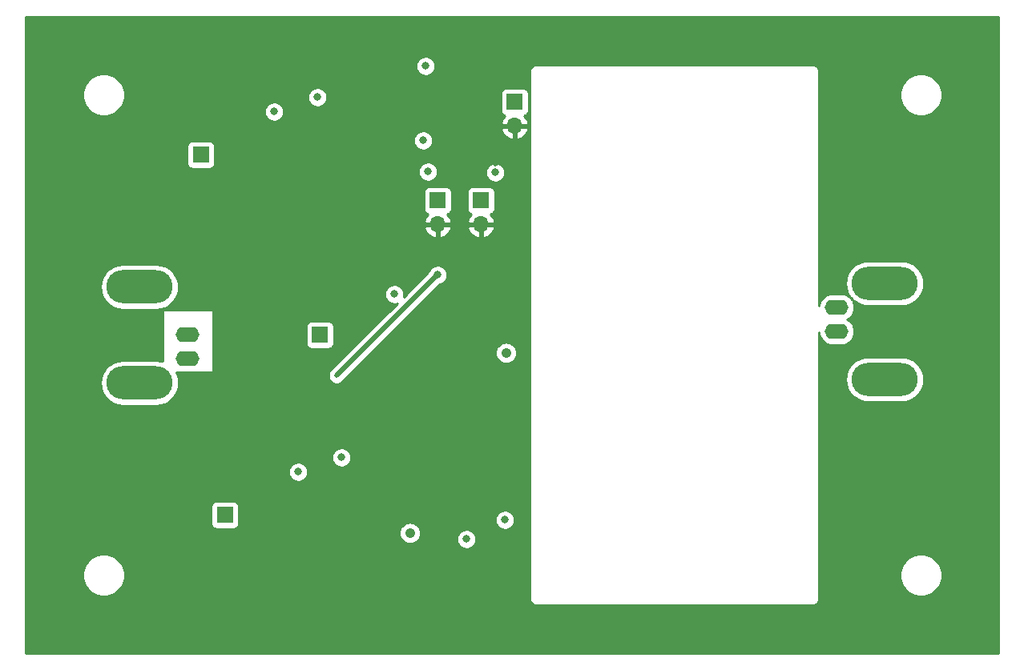
<source format=gbr>
G04 #@! TF.GenerationSoftware,KiCad,Pcbnew,(5.1.0-0)*
G04 #@! TF.CreationDate,2021-05-05T21:59:45-07:00*
G04 #@! TF.ProjectId,voltage_preamp,766f6c74-6167-4655-9f70-7265616d702e,rev?*
G04 #@! TF.SameCoordinates,Original*
G04 #@! TF.FileFunction,Copper,L4,Bot*
G04 #@! TF.FilePolarity,Positive*
%FSLAX46Y46*%
G04 Gerber Fmt 4.6, Leading zero omitted, Abs format (unit mm)*
G04 Created by KiCad (PCBNEW (5.1.0-0)) date 2021-05-05 21:59:45*
%MOMM*%
%LPD*%
G04 APERTURE LIST*
%ADD10O,1.700000X1.700000*%
%ADD11R,1.700000X1.700000*%
%ADD12O,2.500000X1.600000*%
%ADD13O,7.000000X3.500000*%
%ADD14C,0.800000*%
%ADD15C,1.000000*%
%ADD16C,0.250000*%
%ADD17C,0.500000*%
%ADD18C,0.254000*%
G04 APERTURE END LIST*
D10*
X161544000Y-121412000D03*
D11*
X161544000Y-118872000D03*
D12*
X195580000Y-140589000D03*
X195580000Y-143129000D03*
D13*
X200660000Y-148209000D03*
X200660000Y-138049000D03*
D11*
X130937000Y-162560000D03*
X140970000Y-143510000D03*
X128397000Y-124460000D03*
D12*
X127000000Y-146050000D03*
X127000000Y-143510000D03*
D13*
X121920000Y-138430000D03*
X121920000Y-148590000D03*
D10*
X157988000Y-131826000D03*
D11*
X157988000Y-129286000D03*
D10*
X153416000Y-131826000D03*
D11*
X153416000Y-129286000D03*
D14*
X136144000Y-129540000D03*
X148844000Y-148336000D03*
X138684000Y-167132000D03*
X146304000Y-127000000D03*
X146304000Y-130556000D03*
X159004000Y-145796000D03*
X159004000Y-149860000D03*
X148844000Y-164592000D03*
X148844000Y-169164000D03*
X111760000Y-111760000D03*
X114300000Y-111760000D03*
X116840000Y-111760000D03*
X119380000Y-111760000D03*
X121920000Y-111760000D03*
X124460000Y-111760000D03*
X127000000Y-111760000D03*
X129540000Y-111760000D03*
X132080000Y-111760000D03*
X134620000Y-111760000D03*
X137160000Y-111760000D03*
X139700000Y-111760000D03*
X142240000Y-111760000D03*
X144780000Y-111760000D03*
X147320000Y-111760000D03*
X149860000Y-111760000D03*
X152400000Y-111760000D03*
X154940000Y-111760000D03*
X157480000Y-111760000D03*
X160020000Y-111760000D03*
X162560000Y-111760000D03*
X165100000Y-111760000D03*
X167640000Y-111760000D03*
X170180000Y-111760000D03*
X172720000Y-111760000D03*
X175260000Y-111760000D03*
X177800000Y-111760000D03*
X180340000Y-111760000D03*
X182880000Y-111760000D03*
X185420000Y-111760000D03*
X187960000Y-111760000D03*
X190500000Y-111760000D03*
X193040000Y-111760000D03*
X195580000Y-111760000D03*
X198120000Y-111760000D03*
X200660000Y-111760000D03*
X203200000Y-111760000D03*
X205740000Y-111760000D03*
X208280000Y-111760000D03*
X210820000Y-111760000D03*
X210820000Y-114300000D03*
X210820000Y-116840000D03*
X210820000Y-119380000D03*
X210820000Y-121920000D03*
X210820000Y-124460000D03*
X210820000Y-127000000D03*
X210820000Y-129540000D03*
X210820000Y-132080000D03*
X210820000Y-134620000D03*
X210820000Y-137160000D03*
X210820000Y-139700000D03*
X210820000Y-142240000D03*
X210820000Y-144780000D03*
X210820000Y-147320000D03*
X210820000Y-149860000D03*
X210820000Y-152400000D03*
X210820000Y-154940000D03*
X210820000Y-157480000D03*
X210820000Y-160020000D03*
X210820000Y-162560000D03*
X210820000Y-165100000D03*
X210820000Y-167640000D03*
X210820000Y-170180000D03*
X210820000Y-172720000D03*
X210820000Y-175260000D03*
X208280000Y-175260000D03*
X205740000Y-175260000D03*
X203200000Y-175260000D03*
X200660000Y-175260000D03*
X198120000Y-175260000D03*
X195580000Y-175260000D03*
X193040000Y-175260000D03*
X190500000Y-175260000D03*
X187960000Y-175260000D03*
X185420000Y-175260000D03*
X182880000Y-175260000D03*
X180340000Y-175260000D03*
X177800000Y-175260000D03*
X175260000Y-175260000D03*
X172720000Y-175260000D03*
X170180000Y-175260000D03*
X167640000Y-175260000D03*
X165100000Y-175260000D03*
X162560000Y-175260000D03*
X160020000Y-175260000D03*
X157480000Y-175260000D03*
X154940000Y-175260000D03*
X152400000Y-175260000D03*
X149860000Y-175260000D03*
X147320000Y-175260000D03*
X144780000Y-175260000D03*
X142240000Y-175260000D03*
X139700000Y-175260000D03*
X137160000Y-175260000D03*
X134620000Y-175260000D03*
X132080000Y-175260000D03*
X129540000Y-175260000D03*
X127000000Y-175260000D03*
X124460000Y-175260000D03*
X121920000Y-175260000D03*
X119380000Y-175260000D03*
X116840000Y-175260000D03*
X114300000Y-175260000D03*
X111760000Y-175260000D03*
X111760000Y-172720000D03*
X111760000Y-170180000D03*
X111760000Y-167640000D03*
X111760000Y-165100000D03*
X111760000Y-162560000D03*
X111760000Y-160020000D03*
X111760000Y-157480000D03*
X111760000Y-154940000D03*
X111760000Y-152400000D03*
X111760000Y-149860000D03*
X111760000Y-147320000D03*
X111760000Y-144780000D03*
X111760000Y-142240000D03*
X111760000Y-139700000D03*
X111760000Y-137160000D03*
X111760000Y-134620000D03*
X111760000Y-132080000D03*
X111760000Y-129540000D03*
X111760000Y-127000000D03*
X111760000Y-124460000D03*
X111760000Y-121920000D03*
X111760000Y-119380000D03*
X111760000Y-116840000D03*
X111760000Y-114300000D03*
X116840000Y-121920000D03*
X116840000Y-127000000D03*
X116840000Y-132080000D03*
X116840000Y-137160000D03*
X116840000Y-142240000D03*
X116840000Y-147320000D03*
X116840000Y-152400000D03*
X116840000Y-157480000D03*
X116840000Y-162560000D03*
X121920000Y-162560000D03*
X121920000Y-157480000D03*
X121920000Y-152400000D03*
X121920000Y-167640000D03*
X121920000Y-142240000D03*
X121920000Y-132080000D03*
X121920000Y-127000000D03*
X121920000Y-121920000D03*
X121920000Y-116840000D03*
X121920000Y-171450000D03*
X127000000Y-171450000D03*
X132080000Y-171450000D03*
X152400000Y-171450000D03*
X157480000Y-171450000D03*
X152400000Y-167640000D03*
X157480000Y-167640000D03*
X127000000Y-152400000D03*
X127000000Y-137160000D03*
X127000000Y-132080000D03*
X127000000Y-116840000D03*
X132080000Y-137160000D03*
X132080000Y-142240000D03*
X132080000Y-147320000D03*
X132080000Y-152400000D03*
X149860000Y-116840000D03*
X149860000Y-121920000D03*
X195580000Y-137160000D03*
X195580000Y-132080000D03*
X195580000Y-127000000D03*
X195580000Y-121920000D03*
X200660000Y-116840000D03*
X205740000Y-132080000D03*
X205740000Y-127000000D03*
X205740000Y-121920000D03*
X205740000Y-137160000D03*
X205740000Y-142240000D03*
X205740000Y-147320000D03*
X205740000Y-152400000D03*
X205740000Y-157480000D03*
X205740000Y-162560000D03*
X200660000Y-162560000D03*
X200660000Y-157480000D03*
X200660000Y-152400000D03*
X200660000Y-167640000D03*
X200660000Y-171450000D03*
X152908000Y-156972000D03*
X162052000Y-156972000D03*
X153416000Y-137160000D03*
X143256000Y-156464000D03*
X140716000Y-118364000D03*
X151892000Y-122936000D03*
X159512000Y-126326000D03*
X136144000Y-119888000D03*
X148844000Y-139192000D03*
X138684000Y-157988000D03*
X156464000Y-165100000D03*
X152146000Y-115062000D03*
X152400000Y-126238000D03*
X160528000Y-163068000D03*
D15*
X160660010Y-145409990D02*
X160655000Y-145415000D01*
X150500010Y-164459990D02*
X150495000Y-164465000D01*
D16*
X157988000Y-165100000D02*
X156464000Y-163576000D01*
D17*
X153416000Y-137160000D02*
X142748000Y-147828000D01*
X159512000Y-125476000D02*
X162082001Y-122905999D01*
D18*
G36*
X212700000Y-177140000D02*
G01*
X109880000Y-177140000D01*
X109880000Y-168689872D01*
X115875000Y-168689872D01*
X115875000Y-169130128D01*
X115960890Y-169561925D01*
X116129369Y-169968669D01*
X116373962Y-170334729D01*
X116685271Y-170646038D01*
X117051331Y-170890631D01*
X117458075Y-171059110D01*
X117889872Y-171145000D01*
X118330128Y-171145000D01*
X118761925Y-171059110D01*
X119168669Y-170890631D01*
X119534729Y-170646038D01*
X119846038Y-170334729D01*
X120090631Y-169968669D01*
X120259110Y-169561925D01*
X120345000Y-169130128D01*
X120345000Y-168689872D01*
X120259110Y-168258075D01*
X120090631Y-167851331D01*
X119846038Y-167485271D01*
X119534729Y-167173962D01*
X119168669Y-166929369D01*
X118761925Y-166760890D01*
X118330128Y-166675000D01*
X117889872Y-166675000D01*
X117458075Y-166760890D01*
X117051331Y-166929369D01*
X116685271Y-167173962D01*
X116373962Y-167485271D01*
X116129369Y-167851331D01*
X115960890Y-168258075D01*
X115875000Y-168689872D01*
X109880000Y-168689872D01*
X109880000Y-164465000D01*
X149354509Y-164465000D01*
X149376423Y-164687498D01*
X149441324Y-164901446D01*
X149546717Y-165098622D01*
X149688552Y-165271448D01*
X149861378Y-165413283D01*
X150058554Y-165518676D01*
X150272502Y-165583577D01*
X150495000Y-165605491D01*
X150717498Y-165583577D01*
X150931446Y-165518676D01*
X151128622Y-165413283D01*
X151258143Y-165306988D01*
X151341998Y-165223133D01*
X151448293Y-165093612D01*
X151499365Y-164998061D01*
X155429000Y-164998061D01*
X155429000Y-165201939D01*
X155468774Y-165401898D01*
X155546795Y-165590256D01*
X155660063Y-165759774D01*
X155804226Y-165903937D01*
X155973744Y-166017205D01*
X156162102Y-166095226D01*
X156362061Y-166135000D01*
X156565939Y-166135000D01*
X156765898Y-166095226D01*
X156954256Y-166017205D01*
X157123774Y-165903937D01*
X157267937Y-165759774D01*
X157381205Y-165590256D01*
X157459226Y-165401898D01*
X157499000Y-165201939D01*
X157499000Y-164998061D01*
X157459226Y-164798102D01*
X157381205Y-164609744D01*
X157267937Y-164440226D01*
X157123774Y-164296063D01*
X156954256Y-164182795D01*
X156765898Y-164104774D01*
X156565939Y-164065000D01*
X156362061Y-164065000D01*
X156162102Y-164104774D01*
X155973744Y-164182795D01*
X155804226Y-164296063D01*
X155660063Y-164440226D01*
X155546795Y-164609744D01*
X155468774Y-164798102D01*
X155429000Y-164998061D01*
X151499365Y-164998061D01*
X151553685Y-164896436D01*
X151618587Y-164682489D01*
X151640500Y-164459991D01*
X151618587Y-164237492D01*
X151553685Y-164023544D01*
X151448293Y-163826368D01*
X151306458Y-163653542D01*
X151133632Y-163511707D01*
X150936456Y-163406315D01*
X150722508Y-163341413D01*
X150500009Y-163319500D01*
X150277511Y-163341413D01*
X150063564Y-163406315D01*
X149866388Y-163511707D01*
X149736867Y-163618002D01*
X149653012Y-163701857D01*
X149546717Y-163831378D01*
X149441324Y-164028554D01*
X149376423Y-164242502D01*
X149354509Y-164465000D01*
X109880000Y-164465000D01*
X109880000Y-161710000D01*
X129448928Y-161710000D01*
X129448928Y-163410000D01*
X129461188Y-163534482D01*
X129497498Y-163654180D01*
X129556463Y-163764494D01*
X129635815Y-163861185D01*
X129732506Y-163940537D01*
X129842820Y-163999502D01*
X129962518Y-164035812D01*
X130087000Y-164048072D01*
X131787000Y-164048072D01*
X131911482Y-164035812D01*
X132031180Y-163999502D01*
X132141494Y-163940537D01*
X132238185Y-163861185D01*
X132317537Y-163764494D01*
X132376502Y-163654180D01*
X132412812Y-163534482D01*
X132425072Y-163410000D01*
X132425072Y-162966061D01*
X159493000Y-162966061D01*
X159493000Y-163169939D01*
X159532774Y-163369898D01*
X159610795Y-163558256D01*
X159724063Y-163727774D01*
X159868226Y-163871937D01*
X160037744Y-163985205D01*
X160226102Y-164063226D01*
X160426061Y-164103000D01*
X160629939Y-164103000D01*
X160829898Y-164063226D01*
X161018256Y-163985205D01*
X161187774Y-163871937D01*
X161331937Y-163727774D01*
X161445205Y-163558256D01*
X161523226Y-163369898D01*
X161563000Y-163169939D01*
X161563000Y-162966061D01*
X161523226Y-162766102D01*
X161445205Y-162577744D01*
X161331937Y-162408226D01*
X161187774Y-162264063D01*
X161018256Y-162150795D01*
X160829898Y-162072774D01*
X160629939Y-162033000D01*
X160426061Y-162033000D01*
X160226102Y-162072774D01*
X160037744Y-162150795D01*
X159868226Y-162264063D01*
X159724063Y-162408226D01*
X159610795Y-162577744D01*
X159532774Y-162766102D01*
X159493000Y-162966061D01*
X132425072Y-162966061D01*
X132425072Y-161710000D01*
X132412812Y-161585518D01*
X132376502Y-161465820D01*
X132317537Y-161355506D01*
X132238185Y-161258815D01*
X132141494Y-161179463D01*
X132031180Y-161120498D01*
X131911482Y-161084188D01*
X131787000Y-161071928D01*
X130087000Y-161071928D01*
X129962518Y-161084188D01*
X129842820Y-161120498D01*
X129732506Y-161179463D01*
X129635815Y-161258815D01*
X129556463Y-161355506D01*
X129497498Y-161465820D01*
X129461188Y-161585518D01*
X129448928Y-161710000D01*
X109880000Y-161710000D01*
X109880000Y-157886061D01*
X137649000Y-157886061D01*
X137649000Y-158089939D01*
X137688774Y-158289898D01*
X137766795Y-158478256D01*
X137880063Y-158647774D01*
X138024226Y-158791937D01*
X138193744Y-158905205D01*
X138382102Y-158983226D01*
X138582061Y-159023000D01*
X138785939Y-159023000D01*
X138985898Y-158983226D01*
X139174256Y-158905205D01*
X139343774Y-158791937D01*
X139487937Y-158647774D01*
X139601205Y-158478256D01*
X139679226Y-158289898D01*
X139719000Y-158089939D01*
X139719000Y-157886061D01*
X139679226Y-157686102D01*
X139601205Y-157497744D01*
X139487937Y-157328226D01*
X139343774Y-157184063D01*
X139174256Y-157070795D01*
X138985898Y-156992774D01*
X138785939Y-156953000D01*
X138582061Y-156953000D01*
X138382102Y-156992774D01*
X138193744Y-157070795D01*
X138024226Y-157184063D01*
X137880063Y-157328226D01*
X137766795Y-157497744D01*
X137688774Y-157686102D01*
X137649000Y-157886061D01*
X109880000Y-157886061D01*
X109880000Y-156362061D01*
X142221000Y-156362061D01*
X142221000Y-156565939D01*
X142260774Y-156765898D01*
X142338795Y-156954256D01*
X142452063Y-157123774D01*
X142596226Y-157267937D01*
X142765744Y-157381205D01*
X142954102Y-157459226D01*
X143154061Y-157499000D01*
X143357939Y-157499000D01*
X143557898Y-157459226D01*
X143746256Y-157381205D01*
X143915774Y-157267937D01*
X144059937Y-157123774D01*
X144173205Y-156954256D01*
X144251226Y-156765898D01*
X144291000Y-156565939D01*
X144291000Y-156362061D01*
X144251226Y-156162102D01*
X144173205Y-155973744D01*
X144059937Y-155804226D01*
X143915774Y-155660063D01*
X143746256Y-155546795D01*
X143557898Y-155468774D01*
X143357939Y-155429000D01*
X143154061Y-155429000D01*
X142954102Y-155468774D01*
X142765744Y-155546795D01*
X142596226Y-155660063D01*
X142452063Y-155804226D01*
X142338795Y-155973744D01*
X142260774Y-156162102D01*
X142221000Y-156362061D01*
X109880000Y-156362061D01*
X109880000Y-148590000D01*
X117773461Y-148590000D01*
X117819510Y-149057542D01*
X117955887Y-149507116D01*
X118177351Y-149921446D01*
X118475391Y-150284609D01*
X118838554Y-150582649D01*
X119252884Y-150804113D01*
X119702458Y-150940490D01*
X120052843Y-150975000D01*
X123787157Y-150975000D01*
X124137542Y-150940490D01*
X124587116Y-150804113D01*
X125001446Y-150582649D01*
X125364609Y-150284609D01*
X125662649Y-149921446D01*
X125884113Y-149507116D01*
X126020490Y-149057542D01*
X126066539Y-148590000D01*
X126020490Y-148122458D01*
X125931167Y-147828000D01*
X141858719Y-147828000D01*
X141875805Y-148001490D01*
X141926412Y-148168313D01*
X142008590Y-148322059D01*
X142119183Y-148456817D01*
X142253941Y-148567410D01*
X142407687Y-148649588D01*
X142574510Y-148700195D01*
X142748000Y-148717281D01*
X142921490Y-148700195D01*
X143088313Y-148649588D01*
X143242059Y-148567410D01*
X143343046Y-148484532D01*
X146412578Y-145415000D01*
X159514509Y-145415000D01*
X159536423Y-145637498D01*
X159601324Y-145851446D01*
X159706717Y-146048622D01*
X159848552Y-146221448D01*
X160021378Y-146363283D01*
X160218554Y-146468676D01*
X160432502Y-146533577D01*
X160655000Y-146555491D01*
X160877498Y-146533577D01*
X161091446Y-146468676D01*
X161288622Y-146363283D01*
X161418143Y-146256988D01*
X161501998Y-146173133D01*
X161608293Y-146043612D01*
X161713685Y-145846436D01*
X161778587Y-145632489D01*
X161800500Y-145409991D01*
X161778587Y-145187492D01*
X161713685Y-144973544D01*
X161608293Y-144776368D01*
X161466458Y-144603542D01*
X161293632Y-144461707D01*
X161096456Y-144356315D01*
X160882508Y-144291413D01*
X160660009Y-144269500D01*
X160437511Y-144291413D01*
X160223564Y-144356315D01*
X160026388Y-144461707D01*
X159896867Y-144568002D01*
X159813012Y-144651857D01*
X159706717Y-144781378D01*
X159601324Y-144978554D01*
X159536423Y-145192502D01*
X159514509Y-145415000D01*
X146412578Y-145415000D01*
X153661044Y-138166535D01*
X153717898Y-138155226D01*
X153906256Y-138077205D01*
X154075774Y-137963937D01*
X154219937Y-137819774D01*
X154333205Y-137650256D01*
X154411226Y-137461898D01*
X154451000Y-137261939D01*
X154451000Y-137058061D01*
X154411226Y-136858102D01*
X154333205Y-136669744D01*
X154219937Y-136500226D01*
X154075774Y-136356063D01*
X153906256Y-136242795D01*
X153717898Y-136164774D01*
X153517939Y-136125000D01*
X153314061Y-136125000D01*
X153114102Y-136164774D01*
X152925744Y-136242795D01*
X152756226Y-136356063D01*
X152612063Y-136500226D01*
X152498795Y-136669744D01*
X152420774Y-136858102D01*
X152409465Y-136914956D01*
X149841387Y-139483034D01*
X149879000Y-139293939D01*
X149879000Y-139090061D01*
X149839226Y-138890102D01*
X149761205Y-138701744D01*
X149647937Y-138532226D01*
X149503774Y-138388063D01*
X149334256Y-138274795D01*
X149145898Y-138196774D01*
X148945939Y-138157000D01*
X148742061Y-138157000D01*
X148542102Y-138196774D01*
X148353744Y-138274795D01*
X148184226Y-138388063D01*
X148040063Y-138532226D01*
X147926795Y-138701744D01*
X147848774Y-138890102D01*
X147809000Y-139090061D01*
X147809000Y-139293939D01*
X147848774Y-139493898D01*
X147926795Y-139682256D01*
X148040063Y-139851774D01*
X148184226Y-139995937D01*
X148353744Y-140109205D01*
X148542102Y-140187226D01*
X148742061Y-140227000D01*
X148945939Y-140227000D01*
X149135034Y-140189387D01*
X142091468Y-147232954D01*
X142008590Y-147333941D01*
X141926412Y-147487687D01*
X141875805Y-147654510D01*
X141858719Y-147828000D01*
X125931167Y-147828000D01*
X125884113Y-147672884D01*
X125763375Y-147447000D01*
X126211871Y-147447000D01*
X126268691Y-147464236D01*
X126479508Y-147485000D01*
X127520492Y-147485000D01*
X127731309Y-147464236D01*
X127788129Y-147447000D01*
X129540000Y-147447000D01*
X129564776Y-147444560D01*
X129588601Y-147437333D01*
X129610557Y-147425597D01*
X129629803Y-147409803D01*
X129645597Y-147390557D01*
X129657333Y-147368601D01*
X129664560Y-147344776D01*
X129667000Y-147320000D01*
X129667000Y-142660000D01*
X139481928Y-142660000D01*
X139481928Y-144360000D01*
X139494188Y-144484482D01*
X139530498Y-144604180D01*
X139589463Y-144714494D01*
X139668815Y-144811185D01*
X139765506Y-144890537D01*
X139875820Y-144949502D01*
X139995518Y-144985812D01*
X140120000Y-144998072D01*
X141820000Y-144998072D01*
X141944482Y-144985812D01*
X142064180Y-144949502D01*
X142174494Y-144890537D01*
X142271185Y-144811185D01*
X142350537Y-144714494D01*
X142409502Y-144604180D01*
X142445812Y-144484482D01*
X142458072Y-144360000D01*
X142458072Y-142660000D01*
X142445812Y-142535518D01*
X142409502Y-142415820D01*
X142350537Y-142305506D01*
X142271185Y-142208815D01*
X142174494Y-142129463D01*
X142064180Y-142070498D01*
X141944482Y-142034188D01*
X141820000Y-142021928D01*
X140120000Y-142021928D01*
X139995518Y-142034188D01*
X139875820Y-142070498D01*
X139765506Y-142129463D01*
X139668815Y-142208815D01*
X139589463Y-142305506D01*
X139530498Y-142415820D01*
X139494188Y-142535518D01*
X139481928Y-142660000D01*
X129667000Y-142660000D01*
X129667000Y-140970000D01*
X129664560Y-140945224D01*
X129657333Y-140921399D01*
X129645597Y-140899443D01*
X129629803Y-140880197D01*
X129610557Y-140864403D01*
X129588601Y-140852667D01*
X129564776Y-140845440D01*
X129540000Y-140843000D01*
X124460000Y-140843000D01*
X124435224Y-140845440D01*
X124411399Y-140852667D01*
X124389443Y-140864403D01*
X124370197Y-140880197D01*
X124354403Y-140899443D01*
X124342667Y-140921399D01*
X124335440Y-140945224D01*
X124333000Y-140970000D01*
X124333000Y-146298802D01*
X124137542Y-146239510D01*
X123787157Y-146205000D01*
X120052843Y-146205000D01*
X119702458Y-146239510D01*
X119252884Y-146375887D01*
X118838554Y-146597351D01*
X118475391Y-146895391D01*
X118177351Y-147258554D01*
X117955887Y-147672884D01*
X117819510Y-148122458D01*
X117773461Y-148590000D01*
X109880000Y-148590000D01*
X109880000Y-138430000D01*
X117773461Y-138430000D01*
X117819510Y-138897542D01*
X117955887Y-139347116D01*
X118177351Y-139761446D01*
X118475391Y-140124609D01*
X118838554Y-140422649D01*
X119252884Y-140644113D01*
X119702458Y-140780490D01*
X120052843Y-140815000D01*
X123787157Y-140815000D01*
X124137542Y-140780490D01*
X124587116Y-140644113D01*
X125001446Y-140422649D01*
X125364609Y-140124609D01*
X125662649Y-139761446D01*
X125884113Y-139347116D01*
X126020490Y-138897542D01*
X126066539Y-138430000D01*
X126020490Y-137962458D01*
X125884113Y-137512884D01*
X125662649Y-137098554D01*
X125364609Y-136735391D01*
X125001446Y-136437351D01*
X124587116Y-136215887D01*
X124137542Y-136079510D01*
X123787157Y-136045000D01*
X120052843Y-136045000D01*
X119702458Y-136079510D01*
X119252884Y-136215887D01*
X118838554Y-136437351D01*
X118475391Y-136735391D01*
X118177351Y-137098554D01*
X117955887Y-137512884D01*
X117819510Y-137962458D01*
X117773461Y-138430000D01*
X109880000Y-138430000D01*
X109880000Y-132182890D01*
X151974524Y-132182890D01*
X152019175Y-132330099D01*
X152144359Y-132592920D01*
X152318412Y-132826269D01*
X152534645Y-133021178D01*
X152784748Y-133170157D01*
X153059109Y-133267481D01*
X153289000Y-133146814D01*
X153289000Y-131953000D01*
X153543000Y-131953000D01*
X153543000Y-133146814D01*
X153772891Y-133267481D01*
X154047252Y-133170157D01*
X154297355Y-133021178D01*
X154513588Y-132826269D01*
X154687641Y-132592920D01*
X154812825Y-132330099D01*
X154857476Y-132182890D01*
X156546524Y-132182890D01*
X156591175Y-132330099D01*
X156716359Y-132592920D01*
X156890412Y-132826269D01*
X157106645Y-133021178D01*
X157356748Y-133170157D01*
X157631109Y-133267481D01*
X157861000Y-133146814D01*
X157861000Y-131953000D01*
X158115000Y-131953000D01*
X158115000Y-133146814D01*
X158344891Y-133267481D01*
X158619252Y-133170157D01*
X158869355Y-133021178D01*
X159085588Y-132826269D01*
X159259641Y-132592920D01*
X159384825Y-132330099D01*
X159429476Y-132182890D01*
X159308155Y-131953000D01*
X158115000Y-131953000D01*
X157861000Y-131953000D01*
X156667845Y-131953000D01*
X156546524Y-132182890D01*
X154857476Y-132182890D01*
X154736155Y-131953000D01*
X153543000Y-131953000D01*
X153289000Y-131953000D01*
X152095845Y-131953000D01*
X151974524Y-132182890D01*
X109880000Y-132182890D01*
X109880000Y-128436000D01*
X151927928Y-128436000D01*
X151927928Y-130136000D01*
X151940188Y-130260482D01*
X151976498Y-130380180D01*
X152035463Y-130490494D01*
X152114815Y-130587185D01*
X152211506Y-130666537D01*
X152321820Y-130725502D01*
X152402466Y-130749966D01*
X152318412Y-130825731D01*
X152144359Y-131059080D01*
X152019175Y-131321901D01*
X151974524Y-131469110D01*
X152095845Y-131699000D01*
X153289000Y-131699000D01*
X153289000Y-131679000D01*
X153543000Y-131679000D01*
X153543000Y-131699000D01*
X154736155Y-131699000D01*
X154857476Y-131469110D01*
X154812825Y-131321901D01*
X154687641Y-131059080D01*
X154513588Y-130825731D01*
X154429534Y-130749966D01*
X154510180Y-130725502D01*
X154620494Y-130666537D01*
X154717185Y-130587185D01*
X154796537Y-130490494D01*
X154855502Y-130380180D01*
X154891812Y-130260482D01*
X154904072Y-130136000D01*
X154904072Y-128436000D01*
X156499928Y-128436000D01*
X156499928Y-130136000D01*
X156512188Y-130260482D01*
X156548498Y-130380180D01*
X156607463Y-130490494D01*
X156686815Y-130587185D01*
X156783506Y-130666537D01*
X156893820Y-130725502D01*
X156974466Y-130749966D01*
X156890412Y-130825731D01*
X156716359Y-131059080D01*
X156591175Y-131321901D01*
X156546524Y-131469110D01*
X156667845Y-131699000D01*
X157861000Y-131699000D01*
X157861000Y-131679000D01*
X158115000Y-131679000D01*
X158115000Y-131699000D01*
X159308155Y-131699000D01*
X159429476Y-131469110D01*
X159384825Y-131321901D01*
X159259641Y-131059080D01*
X159085588Y-130825731D01*
X159001534Y-130749966D01*
X159082180Y-130725502D01*
X159192494Y-130666537D01*
X159289185Y-130587185D01*
X159368537Y-130490494D01*
X159427502Y-130380180D01*
X159463812Y-130260482D01*
X159476072Y-130136000D01*
X159476072Y-128436000D01*
X159463812Y-128311518D01*
X159427502Y-128191820D01*
X159368537Y-128081506D01*
X159289185Y-127984815D01*
X159192494Y-127905463D01*
X159082180Y-127846498D01*
X158962482Y-127810188D01*
X158838000Y-127797928D01*
X157138000Y-127797928D01*
X157013518Y-127810188D01*
X156893820Y-127846498D01*
X156783506Y-127905463D01*
X156686815Y-127984815D01*
X156607463Y-128081506D01*
X156548498Y-128191820D01*
X156512188Y-128311518D01*
X156499928Y-128436000D01*
X154904072Y-128436000D01*
X154891812Y-128311518D01*
X154855502Y-128191820D01*
X154796537Y-128081506D01*
X154717185Y-127984815D01*
X154620494Y-127905463D01*
X154510180Y-127846498D01*
X154390482Y-127810188D01*
X154266000Y-127797928D01*
X152566000Y-127797928D01*
X152441518Y-127810188D01*
X152321820Y-127846498D01*
X152211506Y-127905463D01*
X152114815Y-127984815D01*
X152035463Y-128081506D01*
X151976498Y-128191820D01*
X151940188Y-128311518D01*
X151927928Y-128436000D01*
X109880000Y-128436000D01*
X109880000Y-126136061D01*
X151365000Y-126136061D01*
X151365000Y-126339939D01*
X151404774Y-126539898D01*
X151482795Y-126728256D01*
X151596063Y-126897774D01*
X151740226Y-127041937D01*
X151909744Y-127155205D01*
X152098102Y-127233226D01*
X152298061Y-127273000D01*
X152501939Y-127273000D01*
X152701898Y-127233226D01*
X152890256Y-127155205D01*
X153059774Y-127041937D01*
X153203937Y-126897774D01*
X153317205Y-126728256D01*
X153395226Y-126539898D01*
X153435000Y-126339939D01*
X153435000Y-126224061D01*
X158477000Y-126224061D01*
X158477000Y-126427939D01*
X158516774Y-126627898D01*
X158594795Y-126816256D01*
X158708063Y-126985774D01*
X158852226Y-127129937D01*
X159021744Y-127243205D01*
X159210102Y-127321226D01*
X159410061Y-127361000D01*
X159613939Y-127361000D01*
X159813898Y-127321226D01*
X160002256Y-127243205D01*
X160171774Y-127129937D01*
X160315937Y-126985774D01*
X160429205Y-126816256D01*
X160507226Y-126627898D01*
X160547000Y-126427939D01*
X160547000Y-126224061D01*
X160507226Y-126024102D01*
X160429205Y-125835744D01*
X160315937Y-125666226D01*
X160171774Y-125522063D01*
X160002256Y-125408795D01*
X159813898Y-125330774D01*
X159613939Y-125291000D01*
X159410061Y-125291000D01*
X159210102Y-125330774D01*
X159021744Y-125408795D01*
X158852226Y-125522063D01*
X158708063Y-125666226D01*
X158594795Y-125835744D01*
X158516774Y-126024102D01*
X158477000Y-126224061D01*
X153435000Y-126224061D01*
X153435000Y-126136061D01*
X153395226Y-125936102D01*
X153317205Y-125747744D01*
X153203937Y-125578226D01*
X153059774Y-125434063D01*
X152890256Y-125320795D01*
X152701898Y-125242774D01*
X152501939Y-125203000D01*
X152298061Y-125203000D01*
X152098102Y-125242774D01*
X151909744Y-125320795D01*
X151740226Y-125434063D01*
X151596063Y-125578226D01*
X151482795Y-125747744D01*
X151404774Y-125936102D01*
X151365000Y-126136061D01*
X109880000Y-126136061D01*
X109880000Y-123610000D01*
X126908928Y-123610000D01*
X126908928Y-125310000D01*
X126921188Y-125434482D01*
X126957498Y-125554180D01*
X127016463Y-125664494D01*
X127095815Y-125761185D01*
X127192506Y-125840537D01*
X127302820Y-125899502D01*
X127422518Y-125935812D01*
X127547000Y-125948072D01*
X129247000Y-125948072D01*
X129371482Y-125935812D01*
X129491180Y-125899502D01*
X129601494Y-125840537D01*
X129698185Y-125761185D01*
X129777537Y-125664494D01*
X129836502Y-125554180D01*
X129872812Y-125434482D01*
X129885072Y-125310000D01*
X129885072Y-123610000D01*
X129872812Y-123485518D01*
X129836502Y-123365820D01*
X129777537Y-123255506D01*
X129698185Y-123158815D01*
X129601494Y-123079463D01*
X129491180Y-123020498D01*
X129371482Y-122984188D01*
X129247000Y-122971928D01*
X127547000Y-122971928D01*
X127422518Y-122984188D01*
X127302820Y-123020498D01*
X127192506Y-123079463D01*
X127095815Y-123158815D01*
X127016463Y-123255506D01*
X126957498Y-123365820D01*
X126921188Y-123485518D01*
X126908928Y-123610000D01*
X109880000Y-123610000D01*
X109880000Y-122834061D01*
X150857000Y-122834061D01*
X150857000Y-123037939D01*
X150896774Y-123237898D01*
X150974795Y-123426256D01*
X151088063Y-123595774D01*
X151232226Y-123739937D01*
X151401744Y-123853205D01*
X151590102Y-123931226D01*
X151790061Y-123971000D01*
X151993939Y-123971000D01*
X152193898Y-123931226D01*
X152382256Y-123853205D01*
X152551774Y-123739937D01*
X152695937Y-123595774D01*
X152809205Y-123426256D01*
X152887226Y-123237898D01*
X152927000Y-123037939D01*
X152927000Y-122834061D01*
X152887226Y-122634102D01*
X152809205Y-122445744D01*
X152695937Y-122276226D01*
X152551774Y-122132063D01*
X152382256Y-122018795D01*
X152193898Y-121940774D01*
X151993939Y-121901000D01*
X151790061Y-121901000D01*
X151590102Y-121940774D01*
X151401744Y-122018795D01*
X151232226Y-122132063D01*
X151088063Y-122276226D01*
X150974795Y-122445744D01*
X150896774Y-122634102D01*
X150857000Y-122834061D01*
X109880000Y-122834061D01*
X109880000Y-121768890D01*
X160102524Y-121768890D01*
X160147175Y-121916099D01*
X160272359Y-122178920D01*
X160446412Y-122412269D01*
X160662645Y-122607178D01*
X160912748Y-122756157D01*
X161187109Y-122853481D01*
X161417000Y-122732814D01*
X161417000Y-121539000D01*
X161671000Y-121539000D01*
X161671000Y-122732814D01*
X161900891Y-122853481D01*
X162175252Y-122756157D01*
X162425355Y-122607178D01*
X162641588Y-122412269D01*
X162815641Y-122178920D01*
X162940825Y-121916099D01*
X162985476Y-121768890D01*
X162864155Y-121539000D01*
X161671000Y-121539000D01*
X161417000Y-121539000D01*
X160223845Y-121539000D01*
X160102524Y-121768890D01*
X109880000Y-121768890D01*
X109880000Y-117889872D01*
X115875000Y-117889872D01*
X115875000Y-118330128D01*
X115960890Y-118761925D01*
X116129369Y-119168669D01*
X116373962Y-119534729D01*
X116685271Y-119846038D01*
X117051331Y-120090631D01*
X117458075Y-120259110D01*
X117889872Y-120345000D01*
X118330128Y-120345000D01*
X118761925Y-120259110D01*
X119168669Y-120090631D01*
X119534729Y-119846038D01*
X119594706Y-119786061D01*
X135109000Y-119786061D01*
X135109000Y-119989939D01*
X135148774Y-120189898D01*
X135226795Y-120378256D01*
X135340063Y-120547774D01*
X135484226Y-120691937D01*
X135653744Y-120805205D01*
X135842102Y-120883226D01*
X136042061Y-120923000D01*
X136245939Y-120923000D01*
X136445898Y-120883226D01*
X136634256Y-120805205D01*
X136803774Y-120691937D01*
X136947937Y-120547774D01*
X137061205Y-120378256D01*
X137139226Y-120189898D01*
X137179000Y-119989939D01*
X137179000Y-119786061D01*
X137139226Y-119586102D01*
X137061205Y-119397744D01*
X136947937Y-119228226D01*
X136803774Y-119084063D01*
X136634256Y-118970795D01*
X136445898Y-118892774D01*
X136245939Y-118853000D01*
X136042061Y-118853000D01*
X135842102Y-118892774D01*
X135653744Y-118970795D01*
X135484226Y-119084063D01*
X135340063Y-119228226D01*
X135226795Y-119397744D01*
X135148774Y-119586102D01*
X135109000Y-119786061D01*
X119594706Y-119786061D01*
X119846038Y-119534729D01*
X120090631Y-119168669D01*
X120259110Y-118761925D01*
X120345000Y-118330128D01*
X120345000Y-118262061D01*
X139681000Y-118262061D01*
X139681000Y-118465939D01*
X139720774Y-118665898D01*
X139798795Y-118854256D01*
X139912063Y-119023774D01*
X140056226Y-119167937D01*
X140225744Y-119281205D01*
X140414102Y-119359226D01*
X140614061Y-119399000D01*
X140817939Y-119399000D01*
X141017898Y-119359226D01*
X141206256Y-119281205D01*
X141375774Y-119167937D01*
X141519937Y-119023774D01*
X141633205Y-118854256D01*
X141711226Y-118665898D01*
X141751000Y-118465939D01*
X141751000Y-118262061D01*
X141711226Y-118062102D01*
X141694616Y-118022000D01*
X160055928Y-118022000D01*
X160055928Y-119722000D01*
X160068188Y-119846482D01*
X160104498Y-119966180D01*
X160163463Y-120076494D01*
X160242815Y-120173185D01*
X160339506Y-120252537D01*
X160449820Y-120311502D01*
X160530466Y-120335966D01*
X160446412Y-120411731D01*
X160272359Y-120645080D01*
X160147175Y-120907901D01*
X160102524Y-121055110D01*
X160223845Y-121285000D01*
X161417000Y-121285000D01*
X161417000Y-121265000D01*
X161671000Y-121265000D01*
X161671000Y-121285000D01*
X162864155Y-121285000D01*
X162985476Y-121055110D01*
X162940825Y-120907901D01*
X162815641Y-120645080D01*
X162641588Y-120411731D01*
X162557534Y-120335966D01*
X162638180Y-120311502D01*
X162748494Y-120252537D01*
X162845185Y-120173185D01*
X162924537Y-120076494D01*
X162983502Y-119966180D01*
X163019812Y-119846482D01*
X163032072Y-119722000D01*
X163032072Y-118022000D01*
X163019812Y-117897518D01*
X162983502Y-117777820D01*
X162924537Y-117667506D01*
X162845185Y-117570815D01*
X162748494Y-117491463D01*
X162638180Y-117432498D01*
X162518482Y-117396188D01*
X162394000Y-117383928D01*
X160694000Y-117383928D01*
X160569518Y-117396188D01*
X160449820Y-117432498D01*
X160339506Y-117491463D01*
X160242815Y-117570815D01*
X160163463Y-117667506D01*
X160104498Y-117777820D01*
X160068188Y-117897518D01*
X160055928Y-118022000D01*
X141694616Y-118022000D01*
X141633205Y-117873744D01*
X141519937Y-117704226D01*
X141375774Y-117560063D01*
X141206256Y-117446795D01*
X141017898Y-117368774D01*
X140817939Y-117329000D01*
X140614061Y-117329000D01*
X140414102Y-117368774D01*
X140225744Y-117446795D01*
X140056226Y-117560063D01*
X139912063Y-117704226D01*
X139798795Y-117873744D01*
X139720774Y-118062102D01*
X139681000Y-118262061D01*
X120345000Y-118262061D01*
X120345000Y-117889872D01*
X120259110Y-117458075D01*
X120090631Y-117051331D01*
X119846038Y-116685271D01*
X119534729Y-116373962D01*
X119168669Y-116129369D01*
X118761925Y-115960890D01*
X118330128Y-115875000D01*
X117889872Y-115875000D01*
X117458075Y-115960890D01*
X117051331Y-116129369D01*
X116685271Y-116373962D01*
X116373962Y-116685271D01*
X116129369Y-117051331D01*
X115960890Y-117458075D01*
X115875000Y-117889872D01*
X109880000Y-117889872D01*
X109880000Y-114960061D01*
X151111000Y-114960061D01*
X151111000Y-115163939D01*
X151150774Y-115363898D01*
X151228795Y-115552256D01*
X151342063Y-115721774D01*
X151486226Y-115865937D01*
X151655744Y-115979205D01*
X151844102Y-116057226D01*
X152044061Y-116097000D01*
X152247939Y-116097000D01*
X152447898Y-116057226D01*
X152636256Y-115979205D01*
X152805774Y-115865937D01*
X152949937Y-115721774D01*
X153051348Y-115570000D01*
X163166807Y-115570000D01*
X163170001Y-115602430D01*
X163170000Y-171417581D01*
X163166807Y-171450000D01*
X163179550Y-171579383D01*
X163217290Y-171703793D01*
X163278575Y-171818450D01*
X163361052Y-171918948D01*
X163461550Y-172001425D01*
X163576207Y-172062710D01*
X163700617Y-172100450D01*
X163830000Y-172113193D01*
X163862419Y-172110000D01*
X193007581Y-172110000D01*
X193040000Y-172113193D01*
X193072419Y-172110000D01*
X193169383Y-172100450D01*
X193293793Y-172062710D01*
X193408450Y-172001425D01*
X193508948Y-171918948D01*
X193591425Y-171818450D01*
X193652710Y-171703793D01*
X193690450Y-171579383D01*
X193703193Y-171450000D01*
X193700000Y-171417581D01*
X193700000Y-168689872D01*
X202235000Y-168689872D01*
X202235000Y-169130128D01*
X202320890Y-169561925D01*
X202489369Y-169968669D01*
X202733962Y-170334729D01*
X203045271Y-170646038D01*
X203411331Y-170890631D01*
X203818075Y-171059110D01*
X204249872Y-171145000D01*
X204690128Y-171145000D01*
X205121925Y-171059110D01*
X205528669Y-170890631D01*
X205894729Y-170646038D01*
X206206038Y-170334729D01*
X206450631Y-169968669D01*
X206619110Y-169561925D01*
X206705000Y-169130128D01*
X206705000Y-168689872D01*
X206619110Y-168258075D01*
X206450631Y-167851331D01*
X206206038Y-167485271D01*
X205894729Y-167173962D01*
X205528669Y-166929369D01*
X205121925Y-166760890D01*
X204690128Y-166675000D01*
X204249872Y-166675000D01*
X203818075Y-166760890D01*
X203411331Y-166929369D01*
X203045271Y-167173962D01*
X202733962Y-167485271D01*
X202489369Y-167851331D01*
X202320890Y-168258075D01*
X202235000Y-168689872D01*
X193700000Y-168689872D01*
X193700000Y-148209000D01*
X196513461Y-148209000D01*
X196559510Y-148676542D01*
X196695887Y-149126116D01*
X196917351Y-149540446D01*
X197215391Y-149903609D01*
X197578554Y-150201649D01*
X197992884Y-150423113D01*
X198442458Y-150559490D01*
X198792843Y-150594000D01*
X202527157Y-150594000D01*
X202877542Y-150559490D01*
X203327116Y-150423113D01*
X203741446Y-150201649D01*
X204104609Y-149903609D01*
X204402649Y-149540446D01*
X204624113Y-149126116D01*
X204760490Y-148676542D01*
X204806539Y-148209000D01*
X204760490Y-147741458D01*
X204624113Y-147291884D01*
X204402649Y-146877554D01*
X204104609Y-146514391D01*
X203741446Y-146216351D01*
X203327116Y-145994887D01*
X202877542Y-145858510D01*
X202527157Y-145824000D01*
X198792843Y-145824000D01*
X198442458Y-145858510D01*
X197992884Y-145994887D01*
X197578554Y-146216351D01*
X197215391Y-146514391D01*
X196917351Y-146877554D01*
X196695887Y-147291884D01*
X196559510Y-147741458D01*
X196513461Y-148209000D01*
X193700000Y-148209000D01*
X193700000Y-143250257D01*
X193715764Y-143410309D01*
X193797818Y-143680808D01*
X193931068Y-143930101D01*
X194110392Y-144148608D01*
X194328899Y-144327932D01*
X194578192Y-144461182D01*
X194848691Y-144543236D01*
X195059508Y-144564000D01*
X196100492Y-144564000D01*
X196311309Y-144543236D01*
X196581808Y-144461182D01*
X196831101Y-144327932D01*
X197049608Y-144148608D01*
X197228932Y-143930101D01*
X197362182Y-143680808D01*
X197444236Y-143410309D01*
X197471943Y-143129000D01*
X197444236Y-142847691D01*
X197362182Y-142577192D01*
X197228932Y-142327899D01*
X197049608Y-142109392D01*
X196831101Y-141930068D01*
X196698142Y-141859000D01*
X196831101Y-141787932D01*
X197049608Y-141608608D01*
X197228932Y-141390101D01*
X197362182Y-141140808D01*
X197444236Y-140870309D01*
X197471943Y-140589000D01*
X197444236Y-140307691D01*
X197362182Y-140037192D01*
X197228932Y-139787899D01*
X197049608Y-139569392D01*
X196831101Y-139390068D01*
X196581808Y-139256818D01*
X196311309Y-139174764D01*
X196100492Y-139154000D01*
X195059508Y-139154000D01*
X194848691Y-139174764D01*
X194578192Y-139256818D01*
X194328899Y-139390068D01*
X194110392Y-139569392D01*
X193931068Y-139787899D01*
X193797818Y-140037192D01*
X193715764Y-140307691D01*
X193700000Y-140467743D01*
X193700000Y-138049000D01*
X196513461Y-138049000D01*
X196559510Y-138516542D01*
X196695887Y-138966116D01*
X196917351Y-139380446D01*
X197215391Y-139743609D01*
X197578554Y-140041649D01*
X197992884Y-140263113D01*
X198442458Y-140399490D01*
X198792843Y-140434000D01*
X202527157Y-140434000D01*
X202877542Y-140399490D01*
X203327116Y-140263113D01*
X203741446Y-140041649D01*
X204104609Y-139743609D01*
X204402649Y-139380446D01*
X204624113Y-138966116D01*
X204760490Y-138516542D01*
X204806539Y-138049000D01*
X204760490Y-137581458D01*
X204624113Y-137131884D01*
X204402649Y-136717554D01*
X204104609Y-136354391D01*
X203741446Y-136056351D01*
X203327116Y-135834887D01*
X202877542Y-135698510D01*
X202527157Y-135664000D01*
X198792843Y-135664000D01*
X198442458Y-135698510D01*
X197992884Y-135834887D01*
X197578554Y-136056351D01*
X197215391Y-136354391D01*
X196917351Y-136717554D01*
X196695887Y-137131884D01*
X196559510Y-137581458D01*
X196513461Y-138049000D01*
X193700000Y-138049000D01*
X193700000Y-117889872D01*
X202235000Y-117889872D01*
X202235000Y-118330128D01*
X202320890Y-118761925D01*
X202489369Y-119168669D01*
X202733962Y-119534729D01*
X203045271Y-119846038D01*
X203411331Y-120090631D01*
X203818075Y-120259110D01*
X204249872Y-120345000D01*
X204690128Y-120345000D01*
X205121925Y-120259110D01*
X205528669Y-120090631D01*
X205894729Y-119846038D01*
X206206038Y-119534729D01*
X206450631Y-119168669D01*
X206619110Y-118761925D01*
X206705000Y-118330128D01*
X206705000Y-117889872D01*
X206619110Y-117458075D01*
X206450631Y-117051331D01*
X206206038Y-116685271D01*
X205894729Y-116373962D01*
X205528669Y-116129369D01*
X205121925Y-115960890D01*
X204690128Y-115875000D01*
X204249872Y-115875000D01*
X203818075Y-115960890D01*
X203411331Y-116129369D01*
X203045271Y-116373962D01*
X202733962Y-116685271D01*
X202489369Y-117051331D01*
X202320890Y-117458075D01*
X202235000Y-117889872D01*
X193700000Y-117889872D01*
X193700000Y-115602419D01*
X193703193Y-115570000D01*
X193690450Y-115440617D01*
X193652710Y-115316207D01*
X193591425Y-115201550D01*
X193508948Y-115101052D01*
X193408450Y-115018575D01*
X193293793Y-114957290D01*
X193169383Y-114919550D01*
X193072419Y-114910000D01*
X193040000Y-114906807D01*
X193007581Y-114910000D01*
X163862419Y-114910000D01*
X163830000Y-114906807D01*
X163797581Y-114910000D01*
X163700617Y-114919550D01*
X163576207Y-114957290D01*
X163461550Y-115018575D01*
X163361052Y-115101052D01*
X163278575Y-115201550D01*
X163217290Y-115316207D01*
X163179550Y-115440617D01*
X163166807Y-115570000D01*
X153051348Y-115570000D01*
X153063205Y-115552256D01*
X153141226Y-115363898D01*
X153181000Y-115163939D01*
X153181000Y-114960061D01*
X153141226Y-114760102D01*
X153063205Y-114571744D01*
X152949937Y-114402226D01*
X152805774Y-114258063D01*
X152636256Y-114144795D01*
X152447898Y-114066774D01*
X152247939Y-114027000D01*
X152044061Y-114027000D01*
X151844102Y-114066774D01*
X151655744Y-114144795D01*
X151486226Y-114258063D01*
X151342063Y-114402226D01*
X151228795Y-114571744D01*
X151150774Y-114760102D01*
X151111000Y-114960061D01*
X109880000Y-114960061D01*
X109880000Y-109880000D01*
X212700001Y-109880000D01*
X212700000Y-177140000D01*
X212700000Y-177140000D01*
G37*
X212700000Y-177140000D02*
X109880000Y-177140000D01*
X109880000Y-168689872D01*
X115875000Y-168689872D01*
X115875000Y-169130128D01*
X115960890Y-169561925D01*
X116129369Y-169968669D01*
X116373962Y-170334729D01*
X116685271Y-170646038D01*
X117051331Y-170890631D01*
X117458075Y-171059110D01*
X117889872Y-171145000D01*
X118330128Y-171145000D01*
X118761925Y-171059110D01*
X119168669Y-170890631D01*
X119534729Y-170646038D01*
X119846038Y-170334729D01*
X120090631Y-169968669D01*
X120259110Y-169561925D01*
X120345000Y-169130128D01*
X120345000Y-168689872D01*
X120259110Y-168258075D01*
X120090631Y-167851331D01*
X119846038Y-167485271D01*
X119534729Y-167173962D01*
X119168669Y-166929369D01*
X118761925Y-166760890D01*
X118330128Y-166675000D01*
X117889872Y-166675000D01*
X117458075Y-166760890D01*
X117051331Y-166929369D01*
X116685271Y-167173962D01*
X116373962Y-167485271D01*
X116129369Y-167851331D01*
X115960890Y-168258075D01*
X115875000Y-168689872D01*
X109880000Y-168689872D01*
X109880000Y-164465000D01*
X149354509Y-164465000D01*
X149376423Y-164687498D01*
X149441324Y-164901446D01*
X149546717Y-165098622D01*
X149688552Y-165271448D01*
X149861378Y-165413283D01*
X150058554Y-165518676D01*
X150272502Y-165583577D01*
X150495000Y-165605491D01*
X150717498Y-165583577D01*
X150931446Y-165518676D01*
X151128622Y-165413283D01*
X151258143Y-165306988D01*
X151341998Y-165223133D01*
X151448293Y-165093612D01*
X151499365Y-164998061D01*
X155429000Y-164998061D01*
X155429000Y-165201939D01*
X155468774Y-165401898D01*
X155546795Y-165590256D01*
X155660063Y-165759774D01*
X155804226Y-165903937D01*
X155973744Y-166017205D01*
X156162102Y-166095226D01*
X156362061Y-166135000D01*
X156565939Y-166135000D01*
X156765898Y-166095226D01*
X156954256Y-166017205D01*
X157123774Y-165903937D01*
X157267937Y-165759774D01*
X157381205Y-165590256D01*
X157459226Y-165401898D01*
X157499000Y-165201939D01*
X157499000Y-164998061D01*
X157459226Y-164798102D01*
X157381205Y-164609744D01*
X157267937Y-164440226D01*
X157123774Y-164296063D01*
X156954256Y-164182795D01*
X156765898Y-164104774D01*
X156565939Y-164065000D01*
X156362061Y-164065000D01*
X156162102Y-164104774D01*
X155973744Y-164182795D01*
X155804226Y-164296063D01*
X155660063Y-164440226D01*
X155546795Y-164609744D01*
X155468774Y-164798102D01*
X155429000Y-164998061D01*
X151499365Y-164998061D01*
X151553685Y-164896436D01*
X151618587Y-164682489D01*
X151640500Y-164459991D01*
X151618587Y-164237492D01*
X151553685Y-164023544D01*
X151448293Y-163826368D01*
X151306458Y-163653542D01*
X151133632Y-163511707D01*
X150936456Y-163406315D01*
X150722508Y-163341413D01*
X150500009Y-163319500D01*
X150277511Y-163341413D01*
X150063564Y-163406315D01*
X149866388Y-163511707D01*
X149736867Y-163618002D01*
X149653012Y-163701857D01*
X149546717Y-163831378D01*
X149441324Y-164028554D01*
X149376423Y-164242502D01*
X149354509Y-164465000D01*
X109880000Y-164465000D01*
X109880000Y-161710000D01*
X129448928Y-161710000D01*
X129448928Y-163410000D01*
X129461188Y-163534482D01*
X129497498Y-163654180D01*
X129556463Y-163764494D01*
X129635815Y-163861185D01*
X129732506Y-163940537D01*
X129842820Y-163999502D01*
X129962518Y-164035812D01*
X130087000Y-164048072D01*
X131787000Y-164048072D01*
X131911482Y-164035812D01*
X132031180Y-163999502D01*
X132141494Y-163940537D01*
X132238185Y-163861185D01*
X132317537Y-163764494D01*
X132376502Y-163654180D01*
X132412812Y-163534482D01*
X132425072Y-163410000D01*
X132425072Y-162966061D01*
X159493000Y-162966061D01*
X159493000Y-163169939D01*
X159532774Y-163369898D01*
X159610795Y-163558256D01*
X159724063Y-163727774D01*
X159868226Y-163871937D01*
X160037744Y-163985205D01*
X160226102Y-164063226D01*
X160426061Y-164103000D01*
X160629939Y-164103000D01*
X160829898Y-164063226D01*
X161018256Y-163985205D01*
X161187774Y-163871937D01*
X161331937Y-163727774D01*
X161445205Y-163558256D01*
X161523226Y-163369898D01*
X161563000Y-163169939D01*
X161563000Y-162966061D01*
X161523226Y-162766102D01*
X161445205Y-162577744D01*
X161331937Y-162408226D01*
X161187774Y-162264063D01*
X161018256Y-162150795D01*
X160829898Y-162072774D01*
X160629939Y-162033000D01*
X160426061Y-162033000D01*
X160226102Y-162072774D01*
X160037744Y-162150795D01*
X159868226Y-162264063D01*
X159724063Y-162408226D01*
X159610795Y-162577744D01*
X159532774Y-162766102D01*
X159493000Y-162966061D01*
X132425072Y-162966061D01*
X132425072Y-161710000D01*
X132412812Y-161585518D01*
X132376502Y-161465820D01*
X132317537Y-161355506D01*
X132238185Y-161258815D01*
X132141494Y-161179463D01*
X132031180Y-161120498D01*
X131911482Y-161084188D01*
X131787000Y-161071928D01*
X130087000Y-161071928D01*
X129962518Y-161084188D01*
X129842820Y-161120498D01*
X129732506Y-161179463D01*
X129635815Y-161258815D01*
X129556463Y-161355506D01*
X129497498Y-161465820D01*
X129461188Y-161585518D01*
X129448928Y-161710000D01*
X109880000Y-161710000D01*
X109880000Y-157886061D01*
X137649000Y-157886061D01*
X137649000Y-158089939D01*
X137688774Y-158289898D01*
X137766795Y-158478256D01*
X137880063Y-158647774D01*
X138024226Y-158791937D01*
X138193744Y-158905205D01*
X138382102Y-158983226D01*
X138582061Y-159023000D01*
X138785939Y-159023000D01*
X138985898Y-158983226D01*
X139174256Y-158905205D01*
X139343774Y-158791937D01*
X139487937Y-158647774D01*
X139601205Y-158478256D01*
X139679226Y-158289898D01*
X139719000Y-158089939D01*
X139719000Y-157886061D01*
X139679226Y-157686102D01*
X139601205Y-157497744D01*
X139487937Y-157328226D01*
X139343774Y-157184063D01*
X139174256Y-157070795D01*
X138985898Y-156992774D01*
X138785939Y-156953000D01*
X138582061Y-156953000D01*
X138382102Y-156992774D01*
X138193744Y-157070795D01*
X138024226Y-157184063D01*
X137880063Y-157328226D01*
X137766795Y-157497744D01*
X137688774Y-157686102D01*
X137649000Y-157886061D01*
X109880000Y-157886061D01*
X109880000Y-156362061D01*
X142221000Y-156362061D01*
X142221000Y-156565939D01*
X142260774Y-156765898D01*
X142338795Y-156954256D01*
X142452063Y-157123774D01*
X142596226Y-157267937D01*
X142765744Y-157381205D01*
X142954102Y-157459226D01*
X143154061Y-157499000D01*
X143357939Y-157499000D01*
X143557898Y-157459226D01*
X143746256Y-157381205D01*
X143915774Y-157267937D01*
X144059937Y-157123774D01*
X144173205Y-156954256D01*
X144251226Y-156765898D01*
X144291000Y-156565939D01*
X144291000Y-156362061D01*
X144251226Y-156162102D01*
X144173205Y-155973744D01*
X144059937Y-155804226D01*
X143915774Y-155660063D01*
X143746256Y-155546795D01*
X143557898Y-155468774D01*
X143357939Y-155429000D01*
X143154061Y-155429000D01*
X142954102Y-155468774D01*
X142765744Y-155546795D01*
X142596226Y-155660063D01*
X142452063Y-155804226D01*
X142338795Y-155973744D01*
X142260774Y-156162102D01*
X142221000Y-156362061D01*
X109880000Y-156362061D01*
X109880000Y-148590000D01*
X117773461Y-148590000D01*
X117819510Y-149057542D01*
X117955887Y-149507116D01*
X118177351Y-149921446D01*
X118475391Y-150284609D01*
X118838554Y-150582649D01*
X119252884Y-150804113D01*
X119702458Y-150940490D01*
X120052843Y-150975000D01*
X123787157Y-150975000D01*
X124137542Y-150940490D01*
X124587116Y-150804113D01*
X125001446Y-150582649D01*
X125364609Y-150284609D01*
X125662649Y-149921446D01*
X125884113Y-149507116D01*
X126020490Y-149057542D01*
X126066539Y-148590000D01*
X126020490Y-148122458D01*
X125931167Y-147828000D01*
X141858719Y-147828000D01*
X141875805Y-148001490D01*
X141926412Y-148168313D01*
X142008590Y-148322059D01*
X142119183Y-148456817D01*
X142253941Y-148567410D01*
X142407687Y-148649588D01*
X142574510Y-148700195D01*
X142748000Y-148717281D01*
X142921490Y-148700195D01*
X143088313Y-148649588D01*
X143242059Y-148567410D01*
X143343046Y-148484532D01*
X146412578Y-145415000D01*
X159514509Y-145415000D01*
X159536423Y-145637498D01*
X159601324Y-145851446D01*
X159706717Y-146048622D01*
X159848552Y-146221448D01*
X160021378Y-146363283D01*
X160218554Y-146468676D01*
X160432502Y-146533577D01*
X160655000Y-146555491D01*
X160877498Y-146533577D01*
X161091446Y-146468676D01*
X161288622Y-146363283D01*
X161418143Y-146256988D01*
X161501998Y-146173133D01*
X161608293Y-146043612D01*
X161713685Y-145846436D01*
X161778587Y-145632489D01*
X161800500Y-145409991D01*
X161778587Y-145187492D01*
X161713685Y-144973544D01*
X161608293Y-144776368D01*
X161466458Y-144603542D01*
X161293632Y-144461707D01*
X161096456Y-144356315D01*
X160882508Y-144291413D01*
X160660009Y-144269500D01*
X160437511Y-144291413D01*
X160223564Y-144356315D01*
X160026388Y-144461707D01*
X159896867Y-144568002D01*
X159813012Y-144651857D01*
X159706717Y-144781378D01*
X159601324Y-144978554D01*
X159536423Y-145192502D01*
X159514509Y-145415000D01*
X146412578Y-145415000D01*
X153661044Y-138166535D01*
X153717898Y-138155226D01*
X153906256Y-138077205D01*
X154075774Y-137963937D01*
X154219937Y-137819774D01*
X154333205Y-137650256D01*
X154411226Y-137461898D01*
X154451000Y-137261939D01*
X154451000Y-137058061D01*
X154411226Y-136858102D01*
X154333205Y-136669744D01*
X154219937Y-136500226D01*
X154075774Y-136356063D01*
X153906256Y-136242795D01*
X153717898Y-136164774D01*
X153517939Y-136125000D01*
X153314061Y-136125000D01*
X153114102Y-136164774D01*
X152925744Y-136242795D01*
X152756226Y-136356063D01*
X152612063Y-136500226D01*
X152498795Y-136669744D01*
X152420774Y-136858102D01*
X152409465Y-136914956D01*
X149841387Y-139483034D01*
X149879000Y-139293939D01*
X149879000Y-139090061D01*
X149839226Y-138890102D01*
X149761205Y-138701744D01*
X149647937Y-138532226D01*
X149503774Y-138388063D01*
X149334256Y-138274795D01*
X149145898Y-138196774D01*
X148945939Y-138157000D01*
X148742061Y-138157000D01*
X148542102Y-138196774D01*
X148353744Y-138274795D01*
X148184226Y-138388063D01*
X148040063Y-138532226D01*
X147926795Y-138701744D01*
X147848774Y-138890102D01*
X147809000Y-139090061D01*
X147809000Y-139293939D01*
X147848774Y-139493898D01*
X147926795Y-139682256D01*
X148040063Y-139851774D01*
X148184226Y-139995937D01*
X148353744Y-140109205D01*
X148542102Y-140187226D01*
X148742061Y-140227000D01*
X148945939Y-140227000D01*
X149135034Y-140189387D01*
X142091468Y-147232954D01*
X142008590Y-147333941D01*
X141926412Y-147487687D01*
X141875805Y-147654510D01*
X141858719Y-147828000D01*
X125931167Y-147828000D01*
X125884113Y-147672884D01*
X125763375Y-147447000D01*
X126211871Y-147447000D01*
X126268691Y-147464236D01*
X126479508Y-147485000D01*
X127520492Y-147485000D01*
X127731309Y-147464236D01*
X127788129Y-147447000D01*
X129540000Y-147447000D01*
X129564776Y-147444560D01*
X129588601Y-147437333D01*
X129610557Y-147425597D01*
X129629803Y-147409803D01*
X129645597Y-147390557D01*
X129657333Y-147368601D01*
X129664560Y-147344776D01*
X129667000Y-147320000D01*
X129667000Y-142660000D01*
X139481928Y-142660000D01*
X139481928Y-144360000D01*
X139494188Y-144484482D01*
X139530498Y-144604180D01*
X139589463Y-144714494D01*
X139668815Y-144811185D01*
X139765506Y-144890537D01*
X139875820Y-144949502D01*
X139995518Y-144985812D01*
X140120000Y-144998072D01*
X141820000Y-144998072D01*
X141944482Y-144985812D01*
X142064180Y-144949502D01*
X142174494Y-144890537D01*
X142271185Y-144811185D01*
X142350537Y-144714494D01*
X142409502Y-144604180D01*
X142445812Y-144484482D01*
X142458072Y-144360000D01*
X142458072Y-142660000D01*
X142445812Y-142535518D01*
X142409502Y-142415820D01*
X142350537Y-142305506D01*
X142271185Y-142208815D01*
X142174494Y-142129463D01*
X142064180Y-142070498D01*
X141944482Y-142034188D01*
X141820000Y-142021928D01*
X140120000Y-142021928D01*
X139995518Y-142034188D01*
X139875820Y-142070498D01*
X139765506Y-142129463D01*
X139668815Y-142208815D01*
X139589463Y-142305506D01*
X139530498Y-142415820D01*
X139494188Y-142535518D01*
X139481928Y-142660000D01*
X129667000Y-142660000D01*
X129667000Y-140970000D01*
X129664560Y-140945224D01*
X129657333Y-140921399D01*
X129645597Y-140899443D01*
X129629803Y-140880197D01*
X129610557Y-140864403D01*
X129588601Y-140852667D01*
X129564776Y-140845440D01*
X129540000Y-140843000D01*
X124460000Y-140843000D01*
X124435224Y-140845440D01*
X124411399Y-140852667D01*
X124389443Y-140864403D01*
X124370197Y-140880197D01*
X124354403Y-140899443D01*
X124342667Y-140921399D01*
X124335440Y-140945224D01*
X124333000Y-140970000D01*
X124333000Y-146298802D01*
X124137542Y-146239510D01*
X123787157Y-146205000D01*
X120052843Y-146205000D01*
X119702458Y-146239510D01*
X119252884Y-146375887D01*
X118838554Y-146597351D01*
X118475391Y-146895391D01*
X118177351Y-147258554D01*
X117955887Y-147672884D01*
X117819510Y-148122458D01*
X117773461Y-148590000D01*
X109880000Y-148590000D01*
X109880000Y-138430000D01*
X117773461Y-138430000D01*
X117819510Y-138897542D01*
X117955887Y-139347116D01*
X118177351Y-139761446D01*
X118475391Y-140124609D01*
X118838554Y-140422649D01*
X119252884Y-140644113D01*
X119702458Y-140780490D01*
X120052843Y-140815000D01*
X123787157Y-140815000D01*
X124137542Y-140780490D01*
X124587116Y-140644113D01*
X125001446Y-140422649D01*
X125364609Y-140124609D01*
X125662649Y-139761446D01*
X125884113Y-139347116D01*
X126020490Y-138897542D01*
X126066539Y-138430000D01*
X126020490Y-137962458D01*
X125884113Y-137512884D01*
X125662649Y-137098554D01*
X125364609Y-136735391D01*
X125001446Y-136437351D01*
X124587116Y-136215887D01*
X124137542Y-136079510D01*
X123787157Y-136045000D01*
X120052843Y-136045000D01*
X119702458Y-136079510D01*
X119252884Y-136215887D01*
X118838554Y-136437351D01*
X118475391Y-136735391D01*
X118177351Y-137098554D01*
X117955887Y-137512884D01*
X117819510Y-137962458D01*
X117773461Y-138430000D01*
X109880000Y-138430000D01*
X109880000Y-132182890D01*
X151974524Y-132182890D01*
X152019175Y-132330099D01*
X152144359Y-132592920D01*
X152318412Y-132826269D01*
X152534645Y-133021178D01*
X152784748Y-133170157D01*
X153059109Y-133267481D01*
X153289000Y-133146814D01*
X153289000Y-131953000D01*
X153543000Y-131953000D01*
X153543000Y-133146814D01*
X153772891Y-133267481D01*
X154047252Y-133170157D01*
X154297355Y-133021178D01*
X154513588Y-132826269D01*
X154687641Y-132592920D01*
X154812825Y-132330099D01*
X154857476Y-132182890D01*
X156546524Y-132182890D01*
X156591175Y-132330099D01*
X156716359Y-132592920D01*
X156890412Y-132826269D01*
X157106645Y-133021178D01*
X157356748Y-133170157D01*
X157631109Y-133267481D01*
X157861000Y-133146814D01*
X157861000Y-131953000D01*
X158115000Y-131953000D01*
X158115000Y-133146814D01*
X158344891Y-133267481D01*
X158619252Y-133170157D01*
X158869355Y-133021178D01*
X159085588Y-132826269D01*
X159259641Y-132592920D01*
X159384825Y-132330099D01*
X159429476Y-132182890D01*
X159308155Y-131953000D01*
X158115000Y-131953000D01*
X157861000Y-131953000D01*
X156667845Y-131953000D01*
X156546524Y-132182890D01*
X154857476Y-132182890D01*
X154736155Y-131953000D01*
X153543000Y-131953000D01*
X153289000Y-131953000D01*
X152095845Y-131953000D01*
X151974524Y-132182890D01*
X109880000Y-132182890D01*
X109880000Y-128436000D01*
X151927928Y-128436000D01*
X151927928Y-130136000D01*
X151940188Y-130260482D01*
X151976498Y-130380180D01*
X152035463Y-130490494D01*
X152114815Y-130587185D01*
X152211506Y-130666537D01*
X152321820Y-130725502D01*
X152402466Y-130749966D01*
X152318412Y-130825731D01*
X152144359Y-131059080D01*
X152019175Y-131321901D01*
X151974524Y-131469110D01*
X152095845Y-131699000D01*
X153289000Y-131699000D01*
X153289000Y-131679000D01*
X153543000Y-131679000D01*
X153543000Y-131699000D01*
X154736155Y-131699000D01*
X154857476Y-131469110D01*
X154812825Y-131321901D01*
X154687641Y-131059080D01*
X154513588Y-130825731D01*
X154429534Y-130749966D01*
X154510180Y-130725502D01*
X154620494Y-130666537D01*
X154717185Y-130587185D01*
X154796537Y-130490494D01*
X154855502Y-130380180D01*
X154891812Y-130260482D01*
X154904072Y-130136000D01*
X154904072Y-128436000D01*
X156499928Y-128436000D01*
X156499928Y-130136000D01*
X156512188Y-130260482D01*
X156548498Y-130380180D01*
X156607463Y-130490494D01*
X156686815Y-130587185D01*
X156783506Y-130666537D01*
X156893820Y-130725502D01*
X156974466Y-130749966D01*
X156890412Y-130825731D01*
X156716359Y-131059080D01*
X156591175Y-131321901D01*
X156546524Y-131469110D01*
X156667845Y-131699000D01*
X157861000Y-131699000D01*
X157861000Y-131679000D01*
X158115000Y-131679000D01*
X158115000Y-131699000D01*
X159308155Y-131699000D01*
X159429476Y-131469110D01*
X159384825Y-131321901D01*
X159259641Y-131059080D01*
X159085588Y-130825731D01*
X159001534Y-130749966D01*
X159082180Y-130725502D01*
X159192494Y-130666537D01*
X159289185Y-130587185D01*
X159368537Y-130490494D01*
X159427502Y-130380180D01*
X159463812Y-130260482D01*
X159476072Y-130136000D01*
X159476072Y-128436000D01*
X159463812Y-128311518D01*
X159427502Y-128191820D01*
X159368537Y-128081506D01*
X159289185Y-127984815D01*
X159192494Y-127905463D01*
X159082180Y-127846498D01*
X158962482Y-127810188D01*
X158838000Y-127797928D01*
X157138000Y-127797928D01*
X157013518Y-127810188D01*
X156893820Y-127846498D01*
X156783506Y-127905463D01*
X156686815Y-127984815D01*
X156607463Y-128081506D01*
X156548498Y-128191820D01*
X156512188Y-128311518D01*
X156499928Y-128436000D01*
X154904072Y-128436000D01*
X154891812Y-128311518D01*
X154855502Y-128191820D01*
X154796537Y-128081506D01*
X154717185Y-127984815D01*
X154620494Y-127905463D01*
X154510180Y-127846498D01*
X154390482Y-127810188D01*
X154266000Y-127797928D01*
X152566000Y-127797928D01*
X152441518Y-127810188D01*
X152321820Y-127846498D01*
X152211506Y-127905463D01*
X152114815Y-127984815D01*
X152035463Y-128081506D01*
X151976498Y-128191820D01*
X151940188Y-128311518D01*
X151927928Y-128436000D01*
X109880000Y-128436000D01*
X109880000Y-126136061D01*
X151365000Y-126136061D01*
X151365000Y-126339939D01*
X151404774Y-126539898D01*
X151482795Y-126728256D01*
X151596063Y-126897774D01*
X151740226Y-127041937D01*
X151909744Y-127155205D01*
X152098102Y-127233226D01*
X152298061Y-127273000D01*
X152501939Y-127273000D01*
X152701898Y-127233226D01*
X152890256Y-127155205D01*
X153059774Y-127041937D01*
X153203937Y-126897774D01*
X153317205Y-126728256D01*
X153395226Y-126539898D01*
X153435000Y-126339939D01*
X153435000Y-126224061D01*
X158477000Y-126224061D01*
X158477000Y-126427939D01*
X158516774Y-126627898D01*
X158594795Y-126816256D01*
X158708063Y-126985774D01*
X158852226Y-127129937D01*
X159021744Y-127243205D01*
X159210102Y-127321226D01*
X159410061Y-127361000D01*
X159613939Y-127361000D01*
X159813898Y-127321226D01*
X160002256Y-127243205D01*
X160171774Y-127129937D01*
X160315937Y-126985774D01*
X160429205Y-126816256D01*
X160507226Y-126627898D01*
X160547000Y-126427939D01*
X160547000Y-126224061D01*
X160507226Y-126024102D01*
X160429205Y-125835744D01*
X160315937Y-125666226D01*
X160171774Y-125522063D01*
X160002256Y-125408795D01*
X159813898Y-125330774D01*
X159613939Y-125291000D01*
X159410061Y-125291000D01*
X159210102Y-125330774D01*
X159021744Y-125408795D01*
X158852226Y-125522063D01*
X158708063Y-125666226D01*
X158594795Y-125835744D01*
X158516774Y-126024102D01*
X158477000Y-126224061D01*
X153435000Y-126224061D01*
X153435000Y-126136061D01*
X153395226Y-125936102D01*
X153317205Y-125747744D01*
X153203937Y-125578226D01*
X153059774Y-125434063D01*
X152890256Y-125320795D01*
X152701898Y-125242774D01*
X152501939Y-125203000D01*
X152298061Y-125203000D01*
X152098102Y-125242774D01*
X151909744Y-125320795D01*
X151740226Y-125434063D01*
X151596063Y-125578226D01*
X151482795Y-125747744D01*
X151404774Y-125936102D01*
X151365000Y-126136061D01*
X109880000Y-126136061D01*
X109880000Y-123610000D01*
X126908928Y-123610000D01*
X126908928Y-125310000D01*
X126921188Y-125434482D01*
X126957498Y-125554180D01*
X127016463Y-125664494D01*
X127095815Y-125761185D01*
X127192506Y-125840537D01*
X127302820Y-125899502D01*
X127422518Y-125935812D01*
X127547000Y-125948072D01*
X129247000Y-125948072D01*
X129371482Y-125935812D01*
X129491180Y-125899502D01*
X129601494Y-125840537D01*
X129698185Y-125761185D01*
X129777537Y-125664494D01*
X129836502Y-125554180D01*
X129872812Y-125434482D01*
X129885072Y-125310000D01*
X129885072Y-123610000D01*
X129872812Y-123485518D01*
X129836502Y-123365820D01*
X129777537Y-123255506D01*
X129698185Y-123158815D01*
X129601494Y-123079463D01*
X129491180Y-123020498D01*
X129371482Y-122984188D01*
X129247000Y-122971928D01*
X127547000Y-122971928D01*
X127422518Y-122984188D01*
X127302820Y-123020498D01*
X127192506Y-123079463D01*
X127095815Y-123158815D01*
X127016463Y-123255506D01*
X126957498Y-123365820D01*
X126921188Y-123485518D01*
X126908928Y-123610000D01*
X109880000Y-123610000D01*
X109880000Y-122834061D01*
X150857000Y-122834061D01*
X150857000Y-123037939D01*
X150896774Y-123237898D01*
X150974795Y-123426256D01*
X151088063Y-123595774D01*
X151232226Y-123739937D01*
X151401744Y-123853205D01*
X151590102Y-123931226D01*
X151790061Y-123971000D01*
X151993939Y-123971000D01*
X152193898Y-123931226D01*
X152382256Y-123853205D01*
X152551774Y-123739937D01*
X152695937Y-123595774D01*
X152809205Y-123426256D01*
X152887226Y-123237898D01*
X152927000Y-123037939D01*
X152927000Y-122834061D01*
X152887226Y-122634102D01*
X152809205Y-122445744D01*
X152695937Y-122276226D01*
X152551774Y-122132063D01*
X152382256Y-122018795D01*
X152193898Y-121940774D01*
X151993939Y-121901000D01*
X151790061Y-121901000D01*
X151590102Y-121940774D01*
X151401744Y-122018795D01*
X151232226Y-122132063D01*
X151088063Y-122276226D01*
X150974795Y-122445744D01*
X150896774Y-122634102D01*
X150857000Y-122834061D01*
X109880000Y-122834061D01*
X109880000Y-121768890D01*
X160102524Y-121768890D01*
X160147175Y-121916099D01*
X160272359Y-122178920D01*
X160446412Y-122412269D01*
X160662645Y-122607178D01*
X160912748Y-122756157D01*
X161187109Y-122853481D01*
X161417000Y-122732814D01*
X161417000Y-121539000D01*
X161671000Y-121539000D01*
X161671000Y-122732814D01*
X161900891Y-122853481D01*
X162175252Y-122756157D01*
X162425355Y-122607178D01*
X162641588Y-122412269D01*
X162815641Y-122178920D01*
X162940825Y-121916099D01*
X162985476Y-121768890D01*
X162864155Y-121539000D01*
X161671000Y-121539000D01*
X161417000Y-121539000D01*
X160223845Y-121539000D01*
X160102524Y-121768890D01*
X109880000Y-121768890D01*
X109880000Y-117889872D01*
X115875000Y-117889872D01*
X115875000Y-118330128D01*
X115960890Y-118761925D01*
X116129369Y-119168669D01*
X116373962Y-119534729D01*
X116685271Y-119846038D01*
X117051331Y-120090631D01*
X117458075Y-120259110D01*
X117889872Y-120345000D01*
X118330128Y-120345000D01*
X118761925Y-120259110D01*
X119168669Y-120090631D01*
X119534729Y-119846038D01*
X119594706Y-119786061D01*
X135109000Y-119786061D01*
X135109000Y-119989939D01*
X135148774Y-120189898D01*
X135226795Y-120378256D01*
X135340063Y-120547774D01*
X135484226Y-120691937D01*
X135653744Y-120805205D01*
X135842102Y-120883226D01*
X136042061Y-120923000D01*
X136245939Y-120923000D01*
X136445898Y-120883226D01*
X136634256Y-120805205D01*
X136803774Y-120691937D01*
X136947937Y-120547774D01*
X137061205Y-120378256D01*
X137139226Y-120189898D01*
X137179000Y-119989939D01*
X137179000Y-119786061D01*
X137139226Y-119586102D01*
X137061205Y-119397744D01*
X136947937Y-119228226D01*
X136803774Y-119084063D01*
X136634256Y-118970795D01*
X136445898Y-118892774D01*
X136245939Y-118853000D01*
X136042061Y-118853000D01*
X135842102Y-118892774D01*
X135653744Y-118970795D01*
X135484226Y-119084063D01*
X135340063Y-119228226D01*
X135226795Y-119397744D01*
X135148774Y-119586102D01*
X135109000Y-119786061D01*
X119594706Y-119786061D01*
X119846038Y-119534729D01*
X120090631Y-119168669D01*
X120259110Y-118761925D01*
X120345000Y-118330128D01*
X120345000Y-118262061D01*
X139681000Y-118262061D01*
X139681000Y-118465939D01*
X139720774Y-118665898D01*
X139798795Y-118854256D01*
X139912063Y-119023774D01*
X140056226Y-119167937D01*
X140225744Y-119281205D01*
X140414102Y-119359226D01*
X140614061Y-119399000D01*
X140817939Y-119399000D01*
X141017898Y-119359226D01*
X141206256Y-119281205D01*
X141375774Y-119167937D01*
X141519937Y-119023774D01*
X141633205Y-118854256D01*
X141711226Y-118665898D01*
X141751000Y-118465939D01*
X141751000Y-118262061D01*
X141711226Y-118062102D01*
X141694616Y-118022000D01*
X160055928Y-118022000D01*
X160055928Y-119722000D01*
X160068188Y-119846482D01*
X160104498Y-119966180D01*
X160163463Y-120076494D01*
X160242815Y-120173185D01*
X160339506Y-120252537D01*
X160449820Y-120311502D01*
X160530466Y-120335966D01*
X160446412Y-120411731D01*
X160272359Y-120645080D01*
X160147175Y-120907901D01*
X160102524Y-121055110D01*
X160223845Y-121285000D01*
X161417000Y-121285000D01*
X161417000Y-121265000D01*
X161671000Y-121265000D01*
X161671000Y-121285000D01*
X162864155Y-121285000D01*
X162985476Y-121055110D01*
X162940825Y-120907901D01*
X162815641Y-120645080D01*
X162641588Y-120411731D01*
X162557534Y-120335966D01*
X162638180Y-120311502D01*
X162748494Y-120252537D01*
X162845185Y-120173185D01*
X162924537Y-120076494D01*
X162983502Y-119966180D01*
X163019812Y-119846482D01*
X163032072Y-119722000D01*
X163032072Y-118022000D01*
X163019812Y-117897518D01*
X162983502Y-117777820D01*
X162924537Y-117667506D01*
X162845185Y-117570815D01*
X162748494Y-117491463D01*
X162638180Y-117432498D01*
X162518482Y-117396188D01*
X162394000Y-117383928D01*
X160694000Y-117383928D01*
X160569518Y-117396188D01*
X160449820Y-117432498D01*
X160339506Y-117491463D01*
X160242815Y-117570815D01*
X160163463Y-117667506D01*
X160104498Y-117777820D01*
X160068188Y-117897518D01*
X160055928Y-118022000D01*
X141694616Y-118022000D01*
X141633205Y-117873744D01*
X141519937Y-117704226D01*
X141375774Y-117560063D01*
X141206256Y-117446795D01*
X141017898Y-117368774D01*
X140817939Y-117329000D01*
X140614061Y-117329000D01*
X140414102Y-117368774D01*
X140225744Y-117446795D01*
X140056226Y-117560063D01*
X139912063Y-117704226D01*
X139798795Y-117873744D01*
X139720774Y-118062102D01*
X139681000Y-118262061D01*
X120345000Y-118262061D01*
X120345000Y-117889872D01*
X120259110Y-117458075D01*
X120090631Y-117051331D01*
X119846038Y-116685271D01*
X119534729Y-116373962D01*
X119168669Y-116129369D01*
X118761925Y-115960890D01*
X118330128Y-115875000D01*
X117889872Y-115875000D01*
X117458075Y-115960890D01*
X117051331Y-116129369D01*
X116685271Y-116373962D01*
X116373962Y-116685271D01*
X116129369Y-117051331D01*
X115960890Y-117458075D01*
X115875000Y-117889872D01*
X109880000Y-117889872D01*
X109880000Y-114960061D01*
X151111000Y-114960061D01*
X151111000Y-115163939D01*
X151150774Y-115363898D01*
X151228795Y-115552256D01*
X151342063Y-115721774D01*
X151486226Y-115865937D01*
X151655744Y-115979205D01*
X151844102Y-116057226D01*
X152044061Y-116097000D01*
X152247939Y-116097000D01*
X152447898Y-116057226D01*
X152636256Y-115979205D01*
X152805774Y-115865937D01*
X152949937Y-115721774D01*
X153051348Y-115570000D01*
X163166807Y-115570000D01*
X163170001Y-115602430D01*
X163170000Y-171417581D01*
X163166807Y-171450000D01*
X163179550Y-171579383D01*
X163217290Y-171703793D01*
X163278575Y-171818450D01*
X163361052Y-171918948D01*
X163461550Y-172001425D01*
X163576207Y-172062710D01*
X163700617Y-172100450D01*
X163830000Y-172113193D01*
X163862419Y-172110000D01*
X193007581Y-172110000D01*
X193040000Y-172113193D01*
X193072419Y-172110000D01*
X193169383Y-172100450D01*
X193293793Y-172062710D01*
X193408450Y-172001425D01*
X193508948Y-171918948D01*
X193591425Y-171818450D01*
X193652710Y-171703793D01*
X193690450Y-171579383D01*
X193703193Y-171450000D01*
X193700000Y-171417581D01*
X193700000Y-168689872D01*
X202235000Y-168689872D01*
X202235000Y-169130128D01*
X202320890Y-169561925D01*
X202489369Y-169968669D01*
X202733962Y-170334729D01*
X203045271Y-170646038D01*
X203411331Y-170890631D01*
X203818075Y-171059110D01*
X204249872Y-171145000D01*
X204690128Y-171145000D01*
X205121925Y-171059110D01*
X205528669Y-170890631D01*
X205894729Y-170646038D01*
X206206038Y-170334729D01*
X206450631Y-169968669D01*
X206619110Y-169561925D01*
X206705000Y-169130128D01*
X206705000Y-168689872D01*
X206619110Y-168258075D01*
X206450631Y-167851331D01*
X206206038Y-167485271D01*
X205894729Y-167173962D01*
X205528669Y-166929369D01*
X205121925Y-166760890D01*
X204690128Y-166675000D01*
X204249872Y-166675000D01*
X203818075Y-166760890D01*
X203411331Y-166929369D01*
X203045271Y-167173962D01*
X202733962Y-167485271D01*
X202489369Y-167851331D01*
X202320890Y-168258075D01*
X202235000Y-168689872D01*
X193700000Y-168689872D01*
X193700000Y-148209000D01*
X196513461Y-148209000D01*
X196559510Y-148676542D01*
X196695887Y-149126116D01*
X196917351Y-149540446D01*
X197215391Y-149903609D01*
X197578554Y-150201649D01*
X197992884Y-150423113D01*
X198442458Y-150559490D01*
X198792843Y-150594000D01*
X202527157Y-150594000D01*
X202877542Y-150559490D01*
X203327116Y-150423113D01*
X203741446Y-150201649D01*
X204104609Y-149903609D01*
X204402649Y-149540446D01*
X204624113Y-149126116D01*
X204760490Y-148676542D01*
X204806539Y-148209000D01*
X204760490Y-147741458D01*
X204624113Y-147291884D01*
X204402649Y-146877554D01*
X204104609Y-146514391D01*
X203741446Y-146216351D01*
X203327116Y-145994887D01*
X202877542Y-145858510D01*
X202527157Y-145824000D01*
X198792843Y-145824000D01*
X198442458Y-145858510D01*
X197992884Y-145994887D01*
X197578554Y-146216351D01*
X197215391Y-146514391D01*
X196917351Y-146877554D01*
X196695887Y-147291884D01*
X196559510Y-147741458D01*
X196513461Y-148209000D01*
X193700000Y-148209000D01*
X193700000Y-143250257D01*
X193715764Y-143410309D01*
X193797818Y-143680808D01*
X193931068Y-143930101D01*
X194110392Y-144148608D01*
X194328899Y-144327932D01*
X194578192Y-144461182D01*
X194848691Y-144543236D01*
X195059508Y-144564000D01*
X196100492Y-144564000D01*
X196311309Y-144543236D01*
X196581808Y-144461182D01*
X196831101Y-144327932D01*
X197049608Y-144148608D01*
X197228932Y-143930101D01*
X197362182Y-143680808D01*
X197444236Y-143410309D01*
X197471943Y-143129000D01*
X197444236Y-142847691D01*
X197362182Y-142577192D01*
X197228932Y-142327899D01*
X197049608Y-142109392D01*
X196831101Y-141930068D01*
X196698142Y-141859000D01*
X196831101Y-141787932D01*
X197049608Y-141608608D01*
X197228932Y-141390101D01*
X197362182Y-141140808D01*
X197444236Y-140870309D01*
X197471943Y-140589000D01*
X197444236Y-140307691D01*
X197362182Y-140037192D01*
X197228932Y-139787899D01*
X197049608Y-139569392D01*
X196831101Y-139390068D01*
X196581808Y-139256818D01*
X196311309Y-139174764D01*
X196100492Y-139154000D01*
X195059508Y-139154000D01*
X194848691Y-139174764D01*
X194578192Y-139256818D01*
X194328899Y-139390068D01*
X194110392Y-139569392D01*
X193931068Y-139787899D01*
X193797818Y-140037192D01*
X193715764Y-140307691D01*
X193700000Y-140467743D01*
X193700000Y-138049000D01*
X196513461Y-138049000D01*
X196559510Y-138516542D01*
X196695887Y-138966116D01*
X196917351Y-139380446D01*
X197215391Y-139743609D01*
X197578554Y-140041649D01*
X197992884Y-140263113D01*
X198442458Y-140399490D01*
X198792843Y-140434000D01*
X202527157Y-140434000D01*
X202877542Y-140399490D01*
X203327116Y-140263113D01*
X203741446Y-140041649D01*
X204104609Y-139743609D01*
X204402649Y-139380446D01*
X204624113Y-138966116D01*
X204760490Y-138516542D01*
X204806539Y-138049000D01*
X204760490Y-137581458D01*
X204624113Y-137131884D01*
X204402649Y-136717554D01*
X204104609Y-136354391D01*
X203741446Y-136056351D01*
X203327116Y-135834887D01*
X202877542Y-135698510D01*
X202527157Y-135664000D01*
X198792843Y-135664000D01*
X198442458Y-135698510D01*
X197992884Y-135834887D01*
X197578554Y-136056351D01*
X197215391Y-136354391D01*
X196917351Y-136717554D01*
X196695887Y-137131884D01*
X196559510Y-137581458D01*
X196513461Y-138049000D01*
X193700000Y-138049000D01*
X193700000Y-117889872D01*
X202235000Y-117889872D01*
X202235000Y-118330128D01*
X202320890Y-118761925D01*
X202489369Y-119168669D01*
X202733962Y-119534729D01*
X203045271Y-119846038D01*
X203411331Y-120090631D01*
X203818075Y-120259110D01*
X204249872Y-120345000D01*
X204690128Y-120345000D01*
X205121925Y-120259110D01*
X205528669Y-120090631D01*
X205894729Y-119846038D01*
X206206038Y-119534729D01*
X206450631Y-119168669D01*
X206619110Y-118761925D01*
X206705000Y-118330128D01*
X206705000Y-117889872D01*
X206619110Y-117458075D01*
X206450631Y-117051331D01*
X206206038Y-116685271D01*
X205894729Y-116373962D01*
X205528669Y-116129369D01*
X205121925Y-115960890D01*
X204690128Y-115875000D01*
X204249872Y-115875000D01*
X203818075Y-115960890D01*
X203411331Y-116129369D01*
X203045271Y-116373962D01*
X202733962Y-116685271D01*
X202489369Y-117051331D01*
X202320890Y-117458075D01*
X202235000Y-117889872D01*
X193700000Y-117889872D01*
X193700000Y-115602419D01*
X193703193Y-115570000D01*
X193690450Y-115440617D01*
X193652710Y-115316207D01*
X193591425Y-115201550D01*
X193508948Y-115101052D01*
X193408450Y-115018575D01*
X193293793Y-114957290D01*
X193169383Y-114919550D01*
X193072419Y-114910000D01*
X193040000Y-114906807D01*
X193007581Y-114910000D01*
X163862419Y-114910000D01*
X163830000Y-114906807D01*
X163797581Y-114910000D01*
X163700617Y-114919550D01*
X163576207Y-114957290D01*
X163461550Y-115018575D01*
X163361052Y-115101052D01*
X163278575Y-115201550D01*
X163217290Y-115316207D01*
X163179550Y-115440617D01*
X163166807Y-115570000D01*
X153051348Y-115570000D01*
X153063205Y-115552256D01*
X153141226Y-115363898D01*
X153181000Y-115163939D01*
X153181000Y-114960061D01*
X153141226Y-114760102D01*
X153063205Y-114571744D01*
X152949937Y-114402226D01*
X152805774Y-114258063D01*
X152636256Y-114144795D01*
X152447898Y-114066774D01*
X152247939Y-114027000D01*
X152044061Y-114027000D01*
X151844102Y-114066774D01*
X151655744Y-114144795D01*
X151486226Y-114258063D01*
X151342063Y-114402226D01*
X151228795Y-114571744D01*
X151150774Y-114760102D01*
X151111000Y-114960061D01*
X109880000Y-114960061D01*
X109880000Y-109880000D01*
X212700001Y-109880000D01*
X212700000Y-177140000D01*
M02*

</source>
